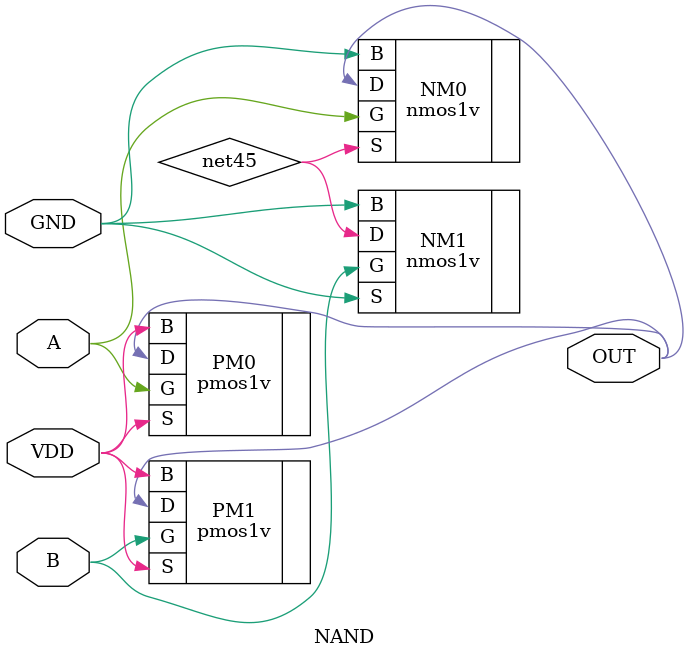
<source format=v>

module NAND (
B,A,GND,VDD,OUT );
input  B;
input  A;
input  GND;
input  VDD;
output  OUT;
wire VDD;
wire A;
wire B;
wire net45;
wire GND;
wire OUT;

nmos1v    
 NM0  ( .S( net45 ), .G( A ), .B( GND ), .D( OUT ) );

nmos1v    
 NM1  ( .S( GND ), .G( B ), .B( GND ), .D( net45 ) );

pmos1v    
 PM0  ( .S( VDD ), .G( A ), .B( VDD ), .D( OUT ) );

pmos1v    
 PM1  ( .S( VDD ), .G( B ), .B( VDD ), .D( OUT ) );

endmodule


</source>
